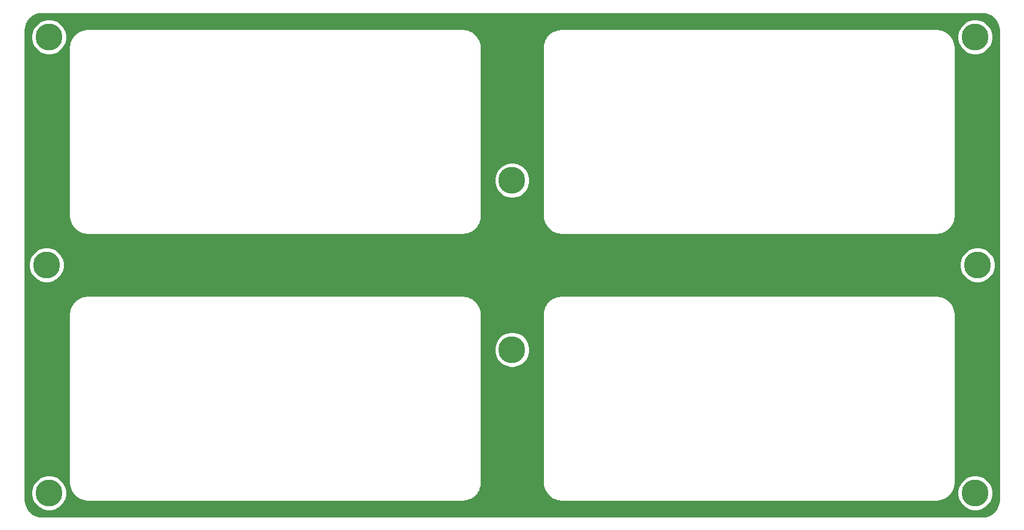
<source format=gbr>
%TF.GenerationSoftware,KiCad,Pcbnew,(5.1.10)-1*%
%TF.CreationDate,2021-07-06T10:58:53+02:00*%
%TF.ProjectId,bottom,626f7474-6f6d-42e6-9b69-6361645f7063,rev?*%
%TF.SameCoordinates,Original*%
%TF.FileFunction,Copper,L1,Top*%
%TF.FilePolarity,Positive*%
%FSLAX46Y46*%
G04 Gerber Fmt 4.6, Leading zero omitted, Abs format (unit mm)*
G04 Created by KiCad (PCBNEW (5.1.10)-1) date 2021-07-06 10:58:53*
%MOMM*%
%LPD*%
G01*
G04 APERTURE LIST*
%TA.AperFunction,ComponentPad*%
%ADD10C,3.800000*%
%TD*%
%TA.AperFunction,NonConductor*%
%ADD11C,0.254000*%
%TD*%
%TA.AperFunction,NonConductor*%
%ADD12C,0.100000*%
%TD*%
G04 APERTURE END LIST*
D10*
%TO.P,REF\u002A\u002A,1*%
%TO.N,N/C*%
X71850000Y-83462500D03*
%TD*%
%TO.P,REF\u002A\u002A,1*%
%TO.N,N/C*%
X137850000Y-95462500D03*
%TD*%
%TO.P,REF\u002A\u002A,1*%
%TO.N,N/C*%
X137850000Y-71462500D03*
%TD*%
%TO.P,REF\u002A\u002A,1*%
%TO.N,N/C*%
X203850000Y-83462500D03*
%TD*%
%TO.P,REF\u002A\u002A,1*%
%TO.N,N/C*%
X203525000Y-51124999D03*
%TD*%
%TO.P,REF\u002A\u002A,1*%
%TO.N,N/C*%
X203525000Y-115800000D03*
%TD*%
%TO.P,REF\u002A\u002A,1*%
%TO.N,N/C*%
X72175000Y-115799999D03*
%TD*%
%TO.P,REF\u002A\u002A,1*%
%TO.N,N/C*%
X72175000Y-51124999D03*
%TD*%
D11*
X204978893Y-47832669D02*
X205415498Y-47964488D01*
X205818185Y-48178599D01*
X206171612Y-48466847D01*
X206462327Y-48818260D01*
X206679242Y-49219438D01*
X206814106Y-49655112D01*
X206865001Y-50139352D01*
X206865000Y-116767721D01*
X206817330Y-117253894D01*
X206685512Y-117690497D01*
X206471399Y-118093186D01*
X206183150Y-118446613D01*
X205831739Y-118737327D01*
X205430564Y-118954240D01*
X204994886Y-119089106D01*
X204510655Y-119140001D01*
X71207279Y-119139999D01*
X70721106Y-119092329D01*
X70284503Y-118960511D01*
X69881814Y-118746398D01*
X69528387Y-118458149D01*
X69237673Y-118106738D01*
X69020760Y-117705563D01*
X68885894Y-117269885D01*
X68835000Y-116785663D01*
X68835000Y-115550323D01*
X69640000Y-115550323D01*
X69640000Y-116049675D01*
X69737418Y-116539431D01*
X69928512Y-117000772D01*
X70205937Y-117415967D01*
X70559032Y-117769062D01*
X70974227Y-118046487D01*
X71435568Y-118237581D01*
X71925324Y-118334999D01*
X72424676Y-118334999D01*
X72914432Y-118237581D01*
X73375773Y-118046487D01*
X73790968Y-117769062D01*
X74144063Y-117415967D01*
X74421488Y-117000772D01*
X74612582Y-116539431D01*
X74710000Y-116049675D01*
X74710000Y-115550323D01*
X74612582Y-115060567D01*
X74421488Y-114599226D01*
X74144063Y-114184031D01*
X73790968Y-113830936D01*
X73375773Y-113553511D01*
X72914432Y-113362417D01*
X72424676Y-113264999D01*
X71925324Y-113264999D01*
X71435568Y-113362417D01*
X70974227Y-113553511D01*
X70559032Y-113830936D01*
X70205937Y-114184031D01*
X69928512Y-114599226D01*
X69737418Y-115060567D01*
X69640000Y-115550323D01*
X68835000Y-115550323D01*
X68835000Y-90430081D01*
X75015000Y-90430081D01*
X75015001Y-114332418D01*
X75017852Y-114361363D01*
X75017765Y-114373780D01*
X75018665Y-114382951D01*
X75059466Y-114771144D01*
X75071487Y-114829707D01*
X75082702Y-114888500D01*
X75085366Y-114897322D01*
X75200790Y-115270197D01*
X75223975Y-115325352D01*
X75246379Y-115380805D01*
X75250706Y-115388942D01*
X75436357Y-115732297D01*
X75469780Y-115781848D01*
X75502562Y-115831945D01*
X75508387Y-115839086D01*
X75757194Y-116139840D01*
X75799629Y-116181980D01*
X75841492Y-116224729D01*
X75848592Y-116230603D01*
X76151077Y-116477304D01*
X76200904Y-116510408D01*
X76250259Y-116544203D01*
X76258365Y-116548586D01*
X76603007Y-116731836D01*
X76658311Y-116754630D01*
X76713295Y-116778197D01*
X76722098Y-116780922D01*
X77095770Y-116893740D01*
X77154458Y-116905360D01*
X77212961Y-116917796D01*
X77222126Y-116918759D01*
X77610595Y-116956849D01*
X77610598Y-116956849D01*
X77642581Y-116959999D01*
X130882419Y-116959999D01*
X130911373Y-116957147D01*
X130923781Y-116957234D01*
X130932952Y-116956334D01*
X131321145Y-116915533D01*
X131379708Y-116903512D01*
X131438501Y-116892297D01*
X131447323Y-116889633D01*
X131820198Y-116774209D01*
X131875353Y-116751024D01*
X131930806Y-116728620D01*
X131938943Y-116724293D01*
X132282298Y-116538642D01*
X132331849Y-116505219D01*
X132381946Y-116472437D01*
X132389087Y-116466612D01*
X132689841Y-116217805D01*
X132731981Y-116175370D01*
X132774730Y-116133507D01*
X132780604Y-116126407D01*
X133027305Y-115823922D01*
X133060409Y-115774095D01*
X133094204Y-115724740D01*
X133098587Y-115716634D01*
X133281837Y-115371992D01*
X133304631Y-115316688D01*
X133328198Y-115261704D01*
X133330923Y-115252901D01*
X133443741Y-114879229D01*
X133455361Y-114820541D01*
X133467797Y-114762038D01*
X133468760Y-114752873D01*
X133506850Y-114364404D01*
X133506850Y-114364401D01*
X133510000Y-114332418D01*
X133510000Y-95212824D01*
X135315000Y-95212824D01*
X135315000Y-95712176D01*
X135412418Y-96201932D01*
X135603512Y-96663273D01*
X135880937Y-97078468D01*
X136234032Y-97431563D01*
X136649227Y-97708988D01*
X137110568Y-97900082D01*
X137600324Y-97997500D01*
X138099676Y-97997500D01*
X138589432Y-97900082D01*
X139050773Y-97708988D01*
X139465968Y-97431563D01*
X139819063Y-97078468D01*
X140096488Y-96663273D01*
X140287582Y-96201932D01*
X140385000Y-95712176D01*
X140385000Y-95212824D01*
X140287582Y-94723068D01*
X140096488Y-94261727D01*
X139819063Y-93846532D01*
X139465968Y-93493437D01*
X139050773Y-93216012D01*
X138589432Y-93024918D01*
X138099676Y-92927500D01*
X137600324Y-92927500D01*
X137110568Y-93024918D01*
X136649227Y-93216012D01*
X136234032Y-93493437D01*
X135880937Y-93846532D01*
X135603512Y-94261727D01*
X135412418Y-94723068D01*
X135315000Y-95212824D01*
X133510000Y-95212824D01*
X133510000Y-90430081D01*
X142190000Y-90430081D01*
X142190001Y-114332418D01*
X142192852Y-114361363D01*
X142192765Y-114373780D01*
X142193665Y-114382951D01*
X142234466Y-114771144D01*
X142246487Y-114829707D01*
X142257702Y-114888500D01*
X142260366Y-114897322D01*
X142375790Y-115270197D01*
X142398975Y-115325352D01*
X142421379Y-115380805D01*
X142425706Y-115388942D01*
X142611357Y-115732297D01*
X142644780Y-115781848D01*
X142677562Y-115831945D01*
X142683387Y-115839086D01*
X142932194Y-116139840D01*
X142974629Y-116181980D01*
X143016492Y-116224729D01*
X143023592Y-116230603D01*
X143326077Y-116477304D01*
X143375904Y-116510408D01*
X143425259Y-116544203D01*
X143433365Y-116548586D01*
X143778007Y-116731836D01*
X143833311Y-116754630D01*
X143888295Y-116778197D01*
X143897098Y-116780922D01*
X144270770Y-116893740D01*
X144329458Y-116905360D01*
X144387961Y-116917796D01*
X144397126Y-116918759D01*
X144785595Y-116956849D01*
X144785598Y-116956849D01*
X144817581Y-116959999D01*
X198057419Y-116959999D01*
X198086373Y-116957147D01*
X198098781Y-116957234D01*
X198107952Y-116956334D01*
X198496145Y-116915533D01*
X198554708Y-116903512D01*
X198613501Y-116892297D01*
X198622323Y-116889633D01*
X198995198Y-116774209D01*
X199050353Y-116751024D01*
X199105806Y-116728620D01*
X199113943Y-116724293D01*
X199457298Y-116538642D01*
X199506849Y-116505219D01*
X199556946Y-116472437D01*
X199564087Y-116466612D01*
X199864841Y-116217805D01*
X199906981Y-116175370D01*
X199949730Y-116133507D01*
X199955604Y-116126407D01*
X200202305Y-115823922D01*
X200235409Y-115774095D01*
X200269204Y-115724740D01*
X200273587Y-115716634D01*
X200362015Y-115550324D01*
X200990000Y-115550324D01*
X200990000Y-116049676D01*
X201087418Y-116539432D01*
X201278512Y-117000773D01*
X201555937Y-117415968D01*
X201909032Y-117769063D01*
X202324227Y-118046488D01*
X202785568Y-118237582D01*
X203275324Y-118335000D01*
X203774676Y-118335000D01*
X204264432Y-118237582D01*
X204725773Y-118046488D01*
X205140968Y-117769063D01*
X205494063Y-117415968D01*
X205771488Y-117000773D01*
X205962582Y-116539432D01*
X206060000Y-116049676D01*
X206060000Y-115550324D01*
X205962582Y-115060568D01*
X205771488Y-114599227D01*
X205494063Y-114184032D01*
X205140968Y-113830937D01*
X204725773Y-113553512D01*
X204264432Y-113362418D01*
X203774676Y-113265000D01*
X203275324Y-113265000D01*
X202785568Y-113362418D01*
X202324227Y-113553512D01*
X201909032Y-113830937D01*
X201555937Y-114184032D01*
X201278512Y-114599227D01*
X201087418Y-115060568D01*
X200990000Y-115550324D01*
X200362015Y-115550324D01*
X200456837Y-115371992D01*
X200479631Y-115316688D01*
X200503198Y-115261704D01*
X200505923Y-115252901D01*
X200618741Y-114879229D01*
X200630361Y-114820541D01*
X200642797Y-114762038D01*
X200643760Y-114752873D01*
X200681850Y-114364404D01*
X200681850Y-114364401D01*
X200685000Y-114332418D01*
X200685000Y-90430080D01*
X200682148Y-90401126D01*
X200682235Y-90388718D01*
X200681335Y-90379546D01*
X200640534Y-89991354D01*
X200628514Y-89932798D01*
X200617298Y-89873997D01*
X200614634Y-89865176D01*
X200499210Y-89492301D01*
X200476025Y-89437146D01*
X200453621Y-89381693D01*
X200449294Y-89373557D01*
X200449294Y-89373556D01*
X200449291Y-89373552D01*
X200263643Y-89030201D01*
X200230187Y-88980600D01*
X200197437Y-88930553D01*
X200191613Y-88923412D01*
X199942806Y-88622657D01*
X199900371Y-88580518D01*
X199858508Y-88537768D01*
X199851407Y-88531895D01*
X199548923Y-88285194D01*
X199499107Y-88252097D01*
X199449741Y-88218294D01*
X199441635Y-88213912D01*
X199096993Y-88030662D01*
X199041687Y-88007867D01*
X198986704Y-87984301D01*
X198977901Y-87981576D01*
X198604230Y-87868758D01*
X198545542Y-87857138D01*
X198487039Y-87844702D01*
X198477874Y-87843739D01*
X198089405Y-87805649D01*
X198089402Y-87805649D01*
X198057419Y-87802499D01*
X144817581Y-87802499D01*
X144788627Y-87805351D01*
X144776219Y-87805264D01*
X144767047Y-87806164D01*
X144378855Y-87846965D01*
X144320299Y-87858985D01*
X144261498Y-87870201D01*
X144252677Y-87872865D01*
X143879802Y-87988289D01*
X143824647Y-88011474D01*
X143769194Y-88033878D01*
X143761062Y-88038203D01*
X143761057Y-88038205D01*
X143761053Y-88038208D01*
X143417702Y-88223856D01*
X143368101Y-88257312D01*
X143318054Y-88290062D01*
X143310913Y-88295886D01*
X143010158Y-88544693D01*
X142968019Y-88587128D01*
X142925269Y-88628991D01*
X142919396Y-88636092D01*
X142672695Y-88938576D01*
X142639598Y-88988392D01*
X142605795Y-89037758D01*
X142601413Y-89045864D01*
X142418163Y-89390506D01*
X142395368Y-89445812D01*
X142371802Y-89500795D01*
X142369077Y-89509598D01*
X142256259Y-89883269D01*
X142244639Y-89941957D01*
X142232203Y-90000460D01*
X142231240Y-90009625D01*
X142193150Y-90398094D01*
X142190000Y-90430081D01*
X133510000Y-90430081D01*
X133510000Y-90430080D01*
X133507148Y-90401126D01*
X133507235Y-90388718D01*
X133506335Y-90379546D01*
X133465534Y-89991354D01*
X133453514Y-89932798D01*
X133442298Y-89873997D01*
X133439634Y-89865176D01*
X133324210Y-89492301D01*
X133301025Y-89437146D01*
X133278621Y-89381693D01*
X133274294Y-89373557D01*
X133274294Y-89373556D01*
X133274291Y-89373552D01*
X133088643Y-89030201D01*
X133055187Y-88980600D01*
X133022437Y-88930553D01*
X133016613Y-88923412D01*
X132767806Y-88622657D01*
X132725371Y-88580518D01*
X132683508Y-88537768D01*
X132676407Y-88531895D01*
X132373923Y-88285194D01*
X132324107Y-88252097D01*
X132274741Y-88218294D01*
X132266635Y-88213912D01*
X131921993Y-88030662D01*
X131866687Y-88007867D01*
X131811704Y-87984301D01*
X131802901Y-87981576D01*
X131429230Y-87868758D01*
X131370542Y-87857138D01*
X131312039Y-87844702D01*
X131302874Y-87843739D01*
X130914405Y-87805649D01*
X130914402Y-87805649D01*
X130882419Y-87802499D01*
X77642581Y-87802499D01*
X77613627Y-87805351D01*
X77601219Y-87805264D01*
X77592047Y-87806164D01*
X77203855Y-87846965D01*
X77145299Y-87858985D01*
X77086498Y-87870201D01*
X77077677Y-87872865D01*
X76704802Y-87988289D01*
X76649647Y-88011474D01*
X76594194Y-88033878D01*
X76586062Y-88038203D01*
X76586057Y-88038205D01*
X76586053Y-88038208D01*
X76242702Y-88223856D01*
X76193101Y-88257312D01*
X76143054Y-88290062D01*
X76135913Y-88295886D01*
X75835158Y-88544693D01*
X75793019Y-88587128D01*
X75750269Y-88628991D01*
X75744396Y-88636092D01*
X75497695Y-88938576D01*
X75464598Y-88988392D01*
X75430795Y-89037758D01*
X75426413Y-89045864D01*
X75243163Y-89390506D01*
X75220368Y-89445812D01*
X75196802Y-89500795D01*
X75194077Y-89509598D01*
X75081259Y-89883269D01*
X75069639Y-89941957D01*
X75057203Y-90000460D01*
X75056240Y-90009625D01*
X75018150Y-90398094D01*
X75015000Y-90430081D01*
X68835000Y-90430081D01*
X68835000Y-83212824D01*
X69315000Y-83212824D01*
X69315000Y-83712176D01*
X69412418Y-84201932D01*
X69603512Y-84663273D01*
X69880937Y-85078468D01*
X70234032Y-85431563D01*
X70649227Y-85708988D01*
X71110568Y-85900082D01*
X71600324Y-85997500D01*
X72099676Y-85997500D01*
X72589432Y-85900082D01*
X73050773Y-85708988D01*
X73465968Y-85431563D01*
X73819063Y-85078468D01*
X74096488Y-84663273D01*
X74287582Y-84201932D01*
X74385000Y-83712176D01*
X74385000Y-83212824D01*
X201315000Y-83212824D01*
X201315000Y-83712176D01*
X201412418Y-84201932D01*
X201603512Y-84663273D01*
X201880937Y-85078468D01*
X202234032Y-85431563D01*
X202649227Y-85708988D01*
X203110568Y-85900082D01*
X203600324Y-85997500D01*
X204099676Y-85997500D01*
X204589432Y-85900082D01*
X205050773Y-85708988D01*
X205465968Y-85431563D01*
X205819063Y-85078468D01*
X206096488Y-84663273D01*
X206287582Y-84201932D01*
X206385000Y-83712176D01*
X206385000Y-83212824D01*
X206287582Y-82723068D01*
X206096488Y-82261727D01*
X205819063Y-81846532D01*
X205465968Y-81493437D01*
X205050773Y-81216012D01*
X204589432Y-81024918D01*
X204099676Y-80927500D01*
X203600324Y-80927500D01*
X203110568Y-81024918D01*
X202649227Y-81216012D01*
X202234032Y-81493437D01*
X201880937Y-81846532D01*
X201603512Y-82261727D01*
X201412418Y-82723068D01*
X201315000Y-83212824D01*
X74385000Y-83212824D01*
X74287582Y-82723068D01*
X74096488Y-82261727D01*
X73819063Y-81846532D01*
X73465968Y-81493437D01*
X73050773Y-81216012D01*
X72589432Y-81024918D01*
X72099676Y-80927500D01*
X71600324Y-80927500D01*
X71110568Y-81024918D01*
X70649227Y-81216012D01*
X70234032Y-81493437D01*
X69880937Y-81846532D01*
X69603512Y-82261727D01*
X69412418Y-82723068D01*
X69315000Y-83212824D01*
X68835000Y-83212824D01*
X68835000Y-50875323D01*
X69640000Y-50875323D01*
X69640000Y-51374675D01*
X69737418Y-51864431D01*
X69928512Y-52325772D01*
X70205937Y-52740967D01*
X70559032Y-53094062D01*
X70974227Y-53371487D01*
X71435568Y-53562581D01*
X71925324Y-53659999D01*
X72424676Y-53659999D01*
X72914432Y-53562581D01*
X73375773Y-53371487D01*
X73790968Y-53094062D01*
X74144063Y-52740967D01*
X74243211Y-52592581D01*
X75015000Y-52592581D01*
X75015001Y-76494918D01*
X75017852Y-76523863D01*
X75017765Y-76536280D01*
X75018665Y-76545451D01*
X75059466Y-76933644D01*
X75071487Y-76992207D01*
X75082702Y-77051000D01*
X75085366Y-77059822D01*
X75200790Y-77432697D01*
X75223975Y-77487852D01*
X75246379Y-77543305D01*
X75250706Y-77551442D01*
X75436357Y-77894797D01*
X75469780Y-77944348D01*
X75502562Y-77994445D01*
X75508387Y-78001586D01*
X75757194Y-78302340D01*
X75799629Y-78344480D01*
X75841492Y-78387229D01*
X75848592Y-78393103D01*
X76151077Y-78639804D01*
X76200904Y-78672908D01*
X76250259Y-78706703D01*
X76258365Y-78711086D01*
X76603007Y-78894336D01*
X76658311Y-78917130D01*
X76713295Y-78940697D01*
X76722098Y-78943422D01*
X77095770Y-79056240D01*
X77154458Y-79067860D01*
X77212961Y-79080296D01*
X77222126Y-79081259D01*
X77610595Y-79119349D01*
X77610598Y-79119349D01*
X77642581Y-79122499D01*
X130882419Y-79122499D01*
X130911373Y-79119647D01*
X130923781Y-79119734D01*
X130932952Y-79118834D01*
X131321145Y-79078033D01*
X131379708Y-79066012D01*
X131438501Y-79054797D01*
X131447323Y-79052133D01*
X131820198Y-78936709D01*
X131875353Y-78913524D01*
X131930806Y-78891120D01*
X131938943Y-78886793D01*
X132282298Y-78701142D01*
X132331849Y-78667719D01*
X132381946Y-78634937D01*
X132389087Y-78629112D01*
X132689841Y-78380305D01*
X132731981Y-78337870D01*
X132774730Y-78296007D01*
X132780604Y-78288907D01*
X133027305Y-77986422D01*
X133060409Y-77936595D01*
X133094204Y-77887240D01*
X133098587Y-77879134D01*
X133281837Y-77534492D01*
X133304631Y-77479188D01*
X133328198Y-77424204D01*
X133330923Y-77415401D01*
X133443741Y-77041729D01*
X133455361Y-76983041D01*
X133467797Y-76924538D01*
X133468760Y-76915373D01*
X133506850Y-76526904D01*
X133506850Y-76526901D01*
X133510000Y-76494918D01*
X133510000Y-71212824D01*
X135315000Y-71212824D01*
X135315000Y-71712176D01*
X135412418Y-72201932D01*
X135603512Y-72663273D01*
X135880937Y-73078468D01*
X136234032Y-73431563D01*
X136649227Y-73708988D01*
X137110568Y-73900082D01*
X137600324Y-73997500D01*
X138099676Y-73997500D01*
X138589432Y-73900082D01*
X139050773Y-73708988D01*
X139465968Y-73431563D01*
X139819063Y-73078468D01*
X140096488Y-72663273D01*
X140287582Y-72201932D01*
X140385000Y-71712176D01*
X140385000Y-71212824D01*
X140287582Y-70723068D01*
X140096488Y-70261727D01*
X139819063Y-69846532D01*
X139465968Y-69493437D01*
X139050773Y-69216012D01*
X138589432Y-69024918D01*
X138099676Y-68927500D01*
X137600324Y-68927500D01*
X137110568Y-69024918D01*
X136649227Y-69216012D01*
X136234032Y-69493437D01*
X135880937Y-69846532D01*
X135603512Y-70261727D01*
X135412418Y-70723068D01*
X135315000Y-71212824D01*
X133510000Y-71212824D01*
X133510000Y-52592581D01*
X142190000Y-52592581D01*
X142190001Y-76494918D01*
X142192852Y-76523863D01*
X142192765Y-76536280D01*
X142193665Y-76545451D01*
X142234466Y-76933644D01*
X142246487Y-76992207D01*
X142257702Y-77051000D01*
X142260366Y-77059822D01*
X142375790Y-77432697D01*
X142398975Y-77487852D01*
X142421379Y-77543305D01*
X142425706Y-77551442D01*
X142611357Y-77894797D01*
X142644780Y-77944348D01*
X142677562Y-77994445D01*
X142683387Y-78001586D01*
X142932194Y-78302340D01*
X142974629Y-78344480D01*
X143016492Y-78387229D01*
X143023592Y-78393103D01*
X143326077Y-78639804D01*
X143375904Y-78672908D01*
X143425259Y-78706703D01*
X143433365Y-78711086D01*
X143778007Y-78894336D01*
X143833311Y-78917130D01*
X143888295Y-78940697D01*
X143897098Y-78943422D01*
X144270770Y-79056240D01*
X144329458Y-79067860D01*
X144387961Y-79080296D01*
X144397126Y-79081259D01*
X144785595Y-79119349D01*
X144785598Y-79119349D01*
X144817581Y-79122499D01*
X198057419Y-79122499D01*
X198086373Y-79119647D01*
X198098781Y-79119734D01*
X198107952Y-79118834D01*
X198496145Y-79078033D01*
X198554708Y-79066012D01*
X198613501Y-79054797D01*
X198622323Y-79052133D01*
X198995198Y-78936709D01*
X199050353Y-78913524D01*
X199105806Y-78891120D01*
X199113943Y-78886793D01*
X199457298Y-78701142D01*
X199506849Y-78667719D01*
X199556946Y-78634937D01*
X199564087Y-78629112D01*
X199864841Y-78380305D01*
X199906981Y-78337870D01*
X199949730Y-78296007D01*
X199955604Y-78288907D01*
X200202305Y-77986422D01*
X200235409Y-77936595D01*
X200269204Y-77887240D01*
X200273587Y-77879134D01*
X200456837Y-77534492D01*
X200479631Y-77479188D01*
X200503198Y-77424204D01*
X200505923Y-77415401D01*
X200618741Y-77041729D01*
X200630361Y-76983041D01*
X200642797Y-76924538D01*
X200643760Y-76915373D01*
X200681850Y-76526904D01*
X200681850Y-76526901D01*
X200685000Y-76494918D01*
X200685000Y-52592580D01*
X200682148Y-52563626D01*
X200682235Y-52551218D01*
X200681335Y-52542046D01*
X200640534Y-52153854D01*
X200628514Y-52095298D01*
X200617298Y-52036497D01*
X200614634Y-52027676D01*
X200499210Y-51654801D01*
X200476025Y-51599646D01*
X200453621Y-51544193D01*
X200449294Y-51536057D01*
X200449294Y-51536056D01*
X200449291Y-51536052D01*
X200263643Y-51192701D01*
X200230187Y-51143100D01*
X200197437Y-51093053D01*
X200191613Y-51085912D01*
X200017399Y-50875323D01*
X200990000Y-50875323D01*
X200990000Y-51374675D01*
X201087418Y-51864431D01*
X201278512Y-52325772D01*
X201555937Y-52740967D01*
X201909032Y-53094062D01*
X202324227Y-53371487D01*
X202785568Y-53562581D01*
X203275324Y-53659999D01*
X203774676Y-53659999D01*
X204264432Y-53562581D01*
X204725773Y-53371487D01*
X205140968Y-53094062D01*
X205494063Y-52740967D01*
X205771488Y-52325772D01*
X205962582Y-51864431D01*
X206060000Y-51374675D01*
X206060000Y-50875323D01*
X205962582Y-50385567D01*
X205771488Y-49924226D01*
X205494063Y-49509031D01*
X205140968Y-49155936D01*
X204725773Y-48878511D01*
X204264432Y-48687417D01*
X203774676Y-48589999D01*
X203275324Y-48589999D01*
X202785568Y-48687417D01*
X202324227Y-48878511D01*
X201909032Y-49155936D01*
X201555937Y-49509031D01*
X201278512Y-49924226D01*
X201087418Y-50385567D01*
X200990000Y-50875323D01*
X200017399Y-50875323D01*
X199942806Y-50785157D01*
X199900371Y-50743018D01*
X199858508Y-50700268D01*
X199851407Y-50694395D01*
X199548923Y-50447694D01*
X199499107Y-50414597D01*
X199449741Y-50380794D01*
X199441635Y-50376412D01*
X199096993Y-50193162D01*
X199041687Y-50170367D01*
X198986704Y-50146801D01*
X198977901Y-50144076D01*
X198604230Y-50031258D01*
X198545542Y-50019638D01*
X198487039Y-50007202D01*
X198477874Y-50006239D01*
X198089405Y-49968149D01*
X198089402Y-49968149D01*
X198057419Y-49964999D01*
X144817581Y-49964999D01*
X144788627Y-49967851D01*
X144776219Y-49967764D01*
X144767047Y-49968664D01*
X144378855Y-50009465D01*
X144320299Y-50021485D01*
X144261498Y-50032701D01*
X144252677Y-50035365D01*
X143879802Y-50150789D01*
X143824647Y-50173974D01*
X143769194Y-50196378D01*
X143761062Y-50200703D01*
X143761057Y-50200705D01*
X143761053Y-50200708D01*
X143417702Y-50386356D01*
X143368101Y-50419812D01*
X143318054Y-50452562D01*
X143310913Y-50458386D01*
X143010158Y-50707193D01*
X142968019Y-50749628D01*
X142925269Y-50791491D01*
X142919396Y-50798592D01*
X142672695Y-51101076D01*
X142639598Y-51150892D01*
X142605795Y-51200258D01*
X142601413Y-51208364D01*
X142418163Y-51553006D01*
X142395368Y-51608312D01*
X142371802Y-51663295D01*
X142369077Y-51672098D01*
X142256259Y-52045769D01*
X142244639Y-52104457D01*
X142232203Y-52162960D01*
X142231240Y-52172125D01*
X142193150Y-52560594D01*
X142190000Y-52592581D01*
X133510000Y-52592581D01*
X133510000Y-52592580D01*
X133507148Y-52563626D01*
X133507235Y-52551218D01*
X133506335Y-52542046D01*
X133465534Y-52153854D01*
X133453514Y-52095298D01*
X133442298Y-52036497D01*
X133439634Y-52027676D01*
X133324210Y-51654801D01*
X133301025Y-51599646D01*
X133278621Y-51544193D01*
X133274294Y-51536057D01*
X133274294Y-51536056D01*
X133274291Y-51536052D01*
X133088643Y-51192701D01*
X133055187Y-51143100D01*
X133022437Y-51093053D01*
X133016613Y-51085912D01*
X132767806Y-50785157D01*
X132725371Y-50743018D01*
X132683508Y-50700268D01*
X132676407Y-50694395D01*
X132373923Y-50447694D01*
X132324107Y-50414597D01*
X132274741Y-50380794D01*
X132266635Y-50376412D01*
X131921993Y-50193162D01*
X131866687Y-50170367D01*
X131811704Y-50146801D01*
X131802901Y-50144076D01*
X131429230Y-50031258D01*
X131370542Y-50019638D01*
X131312039Y-50007202D01*
X131302874Y-50006239D01*
X130914405Y-49968149D01*
X130914402Y-49968149D01*
X130882419Y-49964999D01*
X77642581Y-49964999D01*
X77613627Y-49967851D01*
X77601219Y-49967764D01*
X77592047Y-49968664D01*
X77203855Y-50009465D01*
X77145299Y-50021485D01*
X77086498Y-50032701D01*
X77077677Y-50035365D01*
X76704802Y-50150789D01*
X76649647Y-50173974D01*
X76594194Y-50196378D01*
X76586062Y-50200703D01*
X76586057Y-50200705D01*
X76586053Y-50200708D01*
X76242702Y-50386356D01*
X76193101Y-50419812D01*
X76143054Y-50452562D01*
X76135913Y-50458386D01*
X75835158Y-50707193D01*
X75793019Y-50749628D01*
X75750269Y-50791491D01*
X75744396Y-50798592D01*
X75497695Y-51101076D01*
X75464598Y-51150892D01*
X75430795Y-51200258D01*
X75426413Y-51208364D01*
X75243163Y-51553006D01*
X75220368Y-51608312D01*
X75196802Y-51663295D01*
X75194077Y-51672098D01*
X75081259Y-52045769D01*
X75069639Y-52104457D01*
X75057203Y-52162960D01*
X75056240Y-52172125D01*
X75018150Y-52560594D01*
X75015000Y-52592581D01*
X74243211Y-52592581D01*
X74421488Y-52325772D01*
X74612582Y-51864431D01*
X74710000Y-51374675D01*
X74710000Y-50875323D01*
X74612582Y-50385567D01*
X74421488Y-49924226D01*
X74144063Y-49509031D01*
X73790968Y-49155936D01*
X73375773Y-48878511D01*
X72914432Y-48687417D01*
X72424676Y-48589999D01*
X71925324Y-48589999D01*
X71435568Y-48687417D01*
X70974227Y-48878511D01*
X70559032Y-49155936D01*
X70205937Y-49509031D01*
X69928512Y-49924226D01*
X69737418Y-50385567D01*
X69640000Y-50875323D01*
X68835000Y-50875323D01*
X68835000Y-50157278D01*
X68882670Y-49671106D01*
X69014489Y-49234501D01*
X69228600Y-48831814D01*
X69516848Y-48478387D01*
X69868261Y-48187672D01*
X70269439Y-47970757D01*
X70705113Y-47835893D01*
X71189344Y-47784999D01*
X204492721Y-47784999D01*
X204978893Y-47832669D01*
%TA.AperFunction,NonConductor*%
D12*
G36*
X204978893Y-47832669D02*
G01*
X205415498Y-47964488D01*
X205818185Y-48178599D01*
X206171612Y-48466847D01*
X206462327Y-48818260D01*
X206679242Y-49219438D01*
X206814106Y-49655112D01*
X206865001Y-50139352D01*
X206865000Y-116767721D01*
X206817330Y-117253894D01*
X206685512Y-117690497D01*
X206471399Y-118093186D01*
X206183150Y-118446613D01*
X205831739Y-118737327D01*
X205430564Y-118954240D01*
X204994886Y-119089106D01*
X204510655Y-119140001D01*
X71207279Y-119139999D01*
X70721106Y-119092329D01*
X70284503Y-118960511D01*
X69881814Y-118746398D01*
X69528387Y-118458149D01*
X69237673Y-118106738D01*
X69020760Y-117705563D01*
X68885894Y-117269885D01*
X68835000Y-116785663D01*
X68835000Y-115550323D01*
X69640000Y-115550323D01*
X69640000Y-116049675D01*
X69737418Y-116539431D01*
X69928512Y-117000772D01*
X70205937Y-117415967D01*
X70559032Y-117769062D01*
X70974227Y-118046487D01*
X71435568Y-118237581D01*
X71925324Y-118334999D01*
X72424676Y-118334999D01*
X72914432Y-118237581D01*
X73375773Y-118046487D01*
X73790968Y-117769062D01*
X74144063Y-117415967D01*
X74421488Y-117000772D01*
X74612582Y-116539431D01*
X74710000Y-116049675D01*
X74710000Y-115550323D01*
X74612582Y-115060567D01*
X74421488Y-114599226D01*
X74144063Y-114184031D01*
X73790968Y-113830936D01*
X73375773Y-113553511D01*
X72914432Y-113362417D01*
X72424676Y-113264999D01*
X71925324Y-113264999D01*
X71435568Y-113362417D01*
X70974227Y-113553511D01*
X70559032Y-113830936D01*
X70205937Y-114184031D01*
X69928512Y-114599226D01*
X69737418Y-115060567D01*
X69640000Y-115550323D01*
X68835000Y-115550323D01*
X68835000Y-90430081D01*
X75015000Y-90430081D01*
X75015001Y-114332418D01*
X75017852Y-114361363D01*
X75017765Y-114373780D01*
X75018665Y-114382951D01*
X75059466Y-114771144D01*
X75071487Y-114829707D01*
X75082702Y-114888500D01*
X75085366Y-114897322D01*
X75200790Y-115270197D01*
X75223975Y-115325352D01*
X75246379Y-115380805D01*
X75250706Y-115388942D01*
X75436357Y-115732297D01*
X75469780Y-115781848D01*
X75502562Y-115831945D01*
X75508387Y-115839086D01*
X75757194Y-116139840D01*
X75799629Y-116181980D01*
X75841492Y-116224729D01*
X75848592Y-116230603D01*
X76151077Y-116477304D01*
X76200904Y-116510408D01*
X76250259Y-116544203D01*
X76258365Y-116548586D01*
X76603007Y-116731836D01*
X76658311Y-116754630D01*
X76713295Y-116778197D01*
X76722098Y-116780922D01*
X77095770Y-116893740D01*
X77154458Y-116905360D01*
X77212961Y-116917796D01*
X77222126Y-116918759D01*
X77610595Y-116956849D01*
X77610598Y-116956849D01*
X77642581Y-116959999D01*
X130882419Y-116959999D01*
X130911373Y-116957147D01*
X130923781Y-116957234D01*
X130932952Y-116956334D01*
X131321145Y-116915533D01*
X131379708Y-116903512D01*
X131438501Y-116892297D01*
X131447323Y-116889633D01*
X131820198Y-116774209D01*
X131875353Y-116751024D01*
X131930806Y-116728620D01*
X131938943Y-116724293D01*
X132282298Y-116538642D01*
X132331849Y-116505219D01*
X132381946Y-116472437D01*
X132389087Y-116466612D01*
X132689841Y-116217805D01*
X132731981Y-116175370D01*
X132774730Y-116133507D01*
X132780604Y-116126407D01*
X133027305Y-115823922D01*
X133060409Y-115774095D01*
X133094204Y-115724740D01*
X133098587Y-115716634D01*
X133281837Y-115371992D01*
X133304631Y-115316688D01*
X133328198Y-115261704D01*
X133330923Y-115252901D01*
X133443741Y-114879229D01*
X133455361Y-114820541D01*
X133467797Y-114762038D01*
X133468760Y-114752873D01*
X133506850Y-114364404D01*
X133506850Y-114364401D01*
X133510000Y-114332418D01*
X133510000Y-95212824D01*
X135315000Y-95212824D01*
X135315000Y-95712176D01*
X135412418Y-96201932D01*
X135603512Y-96663273D01*
X135880937Y-97078468D01*
X136234032Y-97431563D01*
X136649227Y-97708988D01*
X137110568Y-97900082D01*
X137600324Y-97997500D01*
X138099676Y-97997500D01*
X138589432Y-97900082D01*
X139050773Y-97708988D01*
X139465968Y-97431563D01*
X139819063Y-97078468D01*
X140096488Y-96663273D01*
X140287582Y-96201932D01*
X140385000Y-95712176D01*
X140385000Y-95212824D01*
X140287582Y-94723068D01*
X140096488Y-94261727D01*
X139819063Y-93846532D01*
X139465968Y-93493437D01*
X139050773Y-93216012D01*
X138589432Y-93024918D01*
X138099676Y-92927500D01*
X137600324Y-92927500D01*
X137110568Y-93024918D01*
X136649227Y-93216012D01*
X136234032Y-93493437D01*
X135880937Y-93846532D01*
X135603512Y-94261727D01*
X135412418Y-94723068D01*
X135315000Y-95212824D01*
X133510000Y-95212824D01*
X133510000Y-90430081D01*
X142190000Y-90430081D01*
X142190001Y-114332418D01*
X142192852Y-114361363D01*
X142192765Y-114373780D01*
X142193665Y-114382951D01*
X142234466Y-114771144D01*
X142246487Y-114829707D01*
X142257702Y-114888500D01*
X142260366Y-114897322D01*
X142375790Y-115270197D01*
X142398975Y-115325352D01*
X142421379Y-115380805D01*
X142425706Y-115388942D01*
X142611357Y-115732297D01*
X142644780Y-115781848D01*
X142677562Y-115831945D01*
X142683387Y-115839086D01*
X142932194Y-116139840D01*
X142974629Y-116181980D01*
X143016492Y-116224729D01*
X143023592Y-116230603D01*
X143326077Y-116477304D01*
X143375904Y-116510408D01*
X143425259Y-116544203D01*
X143433365Y-116548586D01*
X143778007Y-116731836D01*
X143833311Y-116754630D01*
X143888295Y-116778197D01*
X143897098Y-116780922D01*
X144270770Y-116893740D01*
X144329458Y-116905360D01*
X144387961Y-116917796D01*
X144397126Y-116918759D01*
X144785595Y-116956849D01*
X144785598Y-116956849D01*
X144817581Y-116959999D01*
X198057419Y-116959999D01*
X198086373Y-116957147D01*
X198098781Y-116957234D01*
X198107952Y-116956334D01*
X198496145Y-116915533D01*
X198554708Y-116903512D01*
X198613501Y-116892297D01*
X198622323Y-116889633D01*
X198995198Y-116774209D01*
X199050353Y-116751024D01*
X199105806Y-116728620D01*
X199113943Y-116724293D01*
X199457298Y-116538642D01*
X199506849Y-116505219D01*
X199556946Y-116472437D01*
X199564087Y-116466612D01*
X199864841Y-116217805D01*
X199906981Y-116175370D01*
X199949730Y-116133507D01*
X199955604Y-116126407D01*
X200202305Y-115823922D01*
X200235409Y-115774095D01*
X200269204Y-115724740D01*
X200273587Y-115716634D01*
X200362015Y-115550324D01*
X200990000Y-115550324D01*
X200990000Y-116049676D01*
X201087418Y-116539432D01*
X201278512Y-117000773D01*
X201555937Y-117415968D01*
X201909032Y-117769063D01*
X202324227Y-118046488D01*
X202785568Y-118237582D01*
X203275324Y-118335000D01*
X203774676Y-118335000D01*
X204264432Y-118237582D01*
X204725773Y-118046488D01*
X205140968Y-117769063D01*
X205494063Y-117415968D01*
X205771488Y-117000773D01*
X205962582Y-116539432D01*
X206060000Y-116049676D01*
X206060000Y-115550324D01*
X205962582Y-115060568D01*
X205771488Y-114599227D01*
X205494063Y-114184032D01*
X205140968Y-113830937D01*
X204725773Y-113553512D01*
X204264432Y-113362418D01*
X203774676Y-113265000D01*
X203275324Y-113265000D01*
X202785568Y-113362418D01*
X202324227Y-113553512D01*
X201909032Y-113830937D01*
X201555937Y-114184032D01*
X201278512Y-114599227D01*
X201087418Y-115060568D01*
X200990000Y-115550324D01*
X200362015Y-115550324D01*
X200456837Y-115371992D01*
X200479631Y-115316688D01*
X200503198Y-115261704D01*
X200505923Y-115252901D01*
X200618741Y-114879229D01*
X200630361Y-114820541D01*
X200642797Y-114762038D01*
X200643760Y-114752873D01*
X200681850Y-114364404D01*
X200681850Y-114364401D01*
X200685000Y-114332418D01*
X200685000Y-90430080D01*
X200682148Y-90401126D01*
X200682235Y-90388718D01*
X200681335Y-90379546D01*
X200640534Y-89991354D01*
X200628514Y-89932798D01*
X200617298Y-89873997D01*
X200614634Y-89865176D01*
X200499210Y-89492301D01*
X200476025Y-89437146D01*
X200453621Y-89381693D01*
X200449294Y-89373557D01*
X200449294Y-89373556D01*
X200449291Y-89373552D01*
X200263643Y-89030201D01*
X200230187Y-88980600D01*
X200197437Y-88930553D01*
X200191613Y-88923412D01*
X199942806Y-88622657D01*
X199900371Y-88580518D01*
X199858508Y-88537768D01*
X199851407Y-88531895D01*
X199548923Y-88285194D01*
X199499107Y-88252097D01*
X199449741Y-88218294D01*
X199441635Y-88213912D01*
X199096993Y-88030662D01*
X199041687Y-88007867D01*
X198986704Y-87984301D01*
X198977901Y-87981576D01*
X198604230Y-87868758D01*
X198545542Y-87857138D01*
X198487039Y-87844702D01*
X198477874Y-87843739D01*
X198089405Y-87805649D01*
X198089402Y-87805649D01*
X198057419Y-87802499D01*
X144817581Y-87802499D01*
X144788627Y-87805351D01*
X144776219Y-87805264D01*
X144767047Y-87806164D01*
X144378855Y-87846965D01*
X144320299Y-87858985D01*
X144261498Y-87870201D01*
X144252677Y-87872865D01*
X143879802Y-87988289D01*
X143824647Y-88011474D01*
X143769194Y-88033878D01*
X143761062Y-88038203D01*
X143761057Y-88038205D01*
X143761053Y-88038208D01*
X143417702Y-88223856D01*
X143368101Y-88257312D01*
X143318054Y-88290062D01*
X143310913Y-88295886D01*
X143010158Y-88544693D01*
X142968019Y-88587128D01*
X142925269Y-88628991D01*
X142919396Y-88636092D01*
X142672695Y-88938576D01*
X142639598Y-88988392D01*
X142605795Y-89037758D01*
X142601413Y-89045864D01*
X142418163Y-89390506D01*
X142395368Y-89445812D01*
X142371802Y-89500795D01*
X142369077Y-89509598D01*
X142256259Y-89883269D01*
X142244639Y-89941957D01*
X142232203Y-90000460D01*
X142231240Y-90009625D01*
X142193150Y-90398094D01*
X142190000Y-90430081D01*
X133510000Y-90430081D01*
X133510000Y-90430080D01*
X133507148Y-90401126D01*
X133507235Y-90388718D01*
X133506335Y-90379546D01*
X133465534Y-89991354D01*
X133453514Y-89932798D01*
X133442298Y-89873997D01*
X133439634Y-89865176D01*
X133324210Y-89492301D01*
X133301025Y-89437146D01*
X133278621Y-89381693D01*
X133274294Y-89373557D01*
X133274294Y-89373556D01*
X133274291Y-89373552D01*
X133088643Y-89030201D01*
X133055187Y-88980600D01*
X133022437Y-88930553D01*
X133016613Y-88923412D01*
X132767806Y-88622657D01*
X132725371Y-88580518D01*
X132683508Y-88537768D01*
X132676407Y-88531895D01*
X132373923Y-88285194D01*
X132324107Y-88252097D01*
X132274741Y-88218294D01*
X132266635Y-88213912D01*
X131921993Y-88030662D01*
X131866687Y-88007867D01*
X131811704Y-87984301D01*
X131802901Y-87981576D01*
X131429230Y-87868758D01*
X131370542Y-87857138D01*
X131312039Y-87844702D01*
X131302874Y-87843739D01*
X130914405Y-87805649D01*
X130914402Y-87805649D01*
X130882419Y-87802499D01*
X77642581Y-87802499D01*
X77613627Y-87805351D01*
X77601219Y-87805264D01*
X77592047Y-87806164D01*
X77203855Y-87846965D01*
X77145299Y-87858985D01*
X77086498Y-87870201D01*
X77077677Y-87872865D01*
X76704802Y-87988289D01*
X76649647Y-88011474D01*
X76594194Y-88033878D01*
X76586062Y-88038203D01*
X76586057Y-88038205D01*
X76586053Y-88038208D01*
X76242702Y-88223856D01*
X76193101Y-88257312D01*
X76143054Y-88290062D01*
X76135913Y-88295886D01*
X75835158Y-88544693D01*
X75793019Y-88587128D01*
X75750269Y-88628991D01*
X75744396Y-88636092D01*
X75497695Y-88938576D01*
X75464598Y-88988392D01*
X75430795Y-89037758D01*
X75426413Y-89045864D01*
X75243163Y-89390506D01*
X75220368Y-89445812D01*
X75196802Y-89500795D01*
X75194077Y-89509598D01*
X75081259Y-89883269D01*
X75069639Y-89941957D01*
X75057203Y-90000460D01*
X75056240Y-90009625D01*
X75018150Y-90398094D01*
X75015000Y-90430081D01*
X68835000Y-90430081D01*
X68835000Y-83212824D01*
X69315000Y-83212824D01*
X69315000Y-83712176D01*
X69412418Y-84201932D01*
X69603512Y-84663273D01*
X69880937Y-85078468D01*
X70234032Y-85431563D01*
X70649227Y-85708988D01*
X71110568Y-85900082D01*
X71600324Y-85997500D01*
X72099676Y-85997500D01*
X72589432Y-85900082D01*
X73050773Y-85708988D01*
X73465968Y-85431563D01*
X73819063Y-85078468D01*
X74096488Y-84663273D01*
X74287582Y-84201932D01*
X74385000Y-83712176D01*
X74385000Y-83212824D01*
X201315000Y-83212824D01*
X201315000Y-83712176D01*
X201412418Y-84201932D01*
X201603512Y-84663273D01*
X201880937Y-85078468D01*
X202234032Y-85431563D01*
X202649227Y-85708988D01*
X203110568Y-85900082D01*
X203600324Y-85997500D01*
X204099676Y-85997500D01*
X204589432Y-85900082D01*
X205050773Y-85708988D01*
X205465968Y-85431563D01*
X205819063Y-85078468D01*
X206096488Y-84663273D01*
X206287582Y-84201932D01*
X206385000Y-83712176D01*
X206385000Y-83212824D01*
X206287582Y-82723068D01*
X206096488Y-82261727D01*
X205819063Y-81846532D01*
X205465968Y-81493437D01*
X205050773Y-81216012D01*
X204589432Y-81024918D01*
X204099676Y-80927500D01*
X203600324Y-80927500D01*
X203110568Y-81024918D01*
X202649227Y-81216012D01*
X202234032Y-81493437D01*
X201880937Y-81846532D01*
X201603512Y-82261727D01*
X201412418Y-82723068D01*
X201315000Y-83212824D01*
X74385000Y-83212824D01*
X74287582Y-82723068D01*
X74096488Y-82261727D01*
X73819063Y-81846532D01*
X73465968Y-81493437D01*
X73050773Y-81216012D01*
X72589432Y-81024918D01*
X72099676Y-80927500D01*
X71600324Y-80927500D01*
X71110568Y-81024918D01*
X70649227Y-81216012D01*
X70234032Y-81493437D01*
X69880937Y-81846532D01*
X69603512Y-82261727D01*
X69412418Y-82723068D01*
X69315000Y-83212824D01*
X68835000Y-83212824D01*
X68835000Y-50875323D01*
X69640000Y-50875323D01*
X69640000Y-51374675D01*
X69737418Y-51864431D01*
X69928512Y-52325772D01*
X70205937Y-52740967D01*
X70559032Y-53094062D01*
X70974227Y-53371487D01*
X71435568Y-53562581D01*
X71925324Y-53659999D01*
X72424676Y-53659999D01*
X72914432Y-53562581D01*
X73375773Y-53371487D01*
X73790968Y-53094062D01*
X74144063Y-52740967D01*
X74243211Y-52592581D01*
X75015000Y-52592581D01*
X75015001Y-76494918D01*
X75017852Y-76523863D01*
X75017765Y-76536280D01*
X75018665Y-76545451D01*
X75059466Y-76933644D01*
X75071487Y-76992207D01*
X75082702Y-77051000D01*
X75085366Y-77059822D01*
X75200790Y-77432697D01*
X75223975Y-77487852D01*
X75246379Y-77543305D01*
X75250706Y-77551442D01*
X75436357Y-77894797D01*
X75469780Y-77944348D01*
X75502562Y-77994445D01*
X75508387Y-78001586D01*
X75757194Y-78302340D01*
X75799629Y-78344480D01*
X75841492Y-78387229D01*
X75848592Y-78393103D01*
X76151077Y-78639804D01*
X76200904Y-78672908D01*
X76250259Y-78706703D01*
X76258365Y-78711086D01*
X76603007Y-78894336D01*
X76658311Y-78917130D01*
X76713295Y-78940697D01*
X76722098Y-78943422D01*
X77095770Y-79056240D01*
X77154458Y-79067860D01*
X77212961Y-79080296D01*
X77222126Y-79081259D01*
X77610595Y-79119349D01*
X77610598Y-79119349D01*
X77642581Y-79122499D01*
X130882419Y-79122499D01*
X130911373Y-79119647D01*
X130923781Y-79119734D01*
X130932952Y-79118834D01*
X131321145Y-79078033D01*
X131379708Y-79066012D01*
X131438501Y-79054797D01*
X131447323Y-79052133D01*
X131820198Y-78936709D01*
X131875353Y-78913524D01*
X131930806Y-78891120D01*
X131938943Y-78886793D01*
X132282298Y-78701142D01*
X132331849Y-78667719D01*
X132381946Y-78634937D01*
X132389087Y-78629112D01*
X132689841Y-78380305D01*
X132731981Y-78337870D01*
X132774730Y-78296007D01*
X132780604Y-78288907D01*
X133027305Y-77986422D01*
X133060409Y-77936595D01*
X133094204Y-77887240D01*
X133098587Y-77879134D01*
X133281837Y-77534492D01*
X133304631Y-77479188D01*
X133328198Y-77424204D01*
X133330923Y-77415401D01*
X133443741Y-77041729D01*
X133455361Y-76983041D01*
X133467797Y-76924538D01*
X133468760Y-76915373D01*
X133506850Y-76526904D01*
X133506850Y-76526901D01*
X133510000Y-76494918D01*
X133510000Y-71212824D01*
X135315000Y-71212824D01*
X135315000Y-71712176D01*
X135412418Y-72201932D01*
X135603512Y-72663273D01*
X135880937Y-73078468D01*
X136234032Y-73431563D01*
X136649227Y-73708988D01*
X137110568Y-73900082D01*
X137600324Y-73997500D01*
X138099676Y-73997500D01*
X138589432Y-73900082D01*
X139050773Y-73708988D01*
X139465968Y-73431563D01*
X139819063Y-73078468D01*
X140096488Y-72663273D01*
X140287582Y-72201932D01*
X140385000Y-71712176D01*
X140385000Y-71212824D01*
X140287582Y-70723068D01*
X140096488Y-70261727D01*
X139819063Y-69846532D01*
X139465968Y-69493437D01*
X139050773Y-69216012D01*
X138589432Y-69024918D01*
X138099676Y-68927500D01*
X137600324Y-68927500D01*
X137110568Y-69024918D01*
X136649227Y-69216012D01*
X136234032Y-69493437D01*
X135880937Y-69846532D01*
X135603512Y-70261727D01*
X135412418Y-70723068D01*
X135315000Y-71212824D01*
X133510000Y-71212824D01*
X133510000Y-52592581D01*
X142190000Y-52592581D01*
X142190001Y-76494918D01*
X142192852Y-76523863D01*
X142192765Y-76536280D01*
X142193665Y-76545451D01*
X142234466Y-76933644D01*
X142246487Y-76992207D01*
X142257702Y-77051000D01*
X142260366Y-77059822D01*
X142375790Y-77432697D01*
X142398975Y-77487852D01*
X142421379Y-77543305D01*
X142425706Y-77551442D01*
X142611357Y-77894797D01*
X142644780Y-77944348D01*
X142677562Y-77994445D01*
X142683387Y-78001586D01*
X142932194Y-78302340D01*
X142974629Y-78344480D01*
X143016492Y-78387229D01*
X143023592Y-78393103D01*
X143326077Y-78639804D01*
X143375904Y-78672908D01*
X143425259Y-78706703D01*
X143433365Y-78711086D01*
X143778007Y-78894336D01*
X143833311Y-78917130D01*
X143888295Y-78940697D01*
X143897098Y-78943422D01*
X144270770Y-79056240D01*
X144329458Y-79067860D01*
X144387961Y-79080296D01*
X144397126Y-79081259D01*
X144785595Y-79119349D01*
X144785598Y-79119349D01*
X144817581Y-79122499D01*
X198057419Y-79122499D01*
X198086373Y-79119647D01*
X198098781Y-79119734D01*
X198107952Y-79118834D01*
X198496145Y-79078033D01*
X198554708Y-79066012D01*
X198613501Y-79054797D01*
X198622323Y-79052133D01*
X198995198Y-78936709D01*
X199050353Y-78913524D01*
X199105806Y-78891120D01*
X199113943Y-78886793D01*
X199457298Y-78701142D01*
X199506849Y-78667719D01*
X199556946Y-78634937D01*
X199564087Y-78629112D01*
X199864841Y-78380305D01*
X199906981Y-78337870D01*
X199949730Y-78296007D01*
X199955604Y-78288907D01*
X200202305Y-77986422D01*
X200235409Y-77936595D01*
X200269204Y-77887240D01*
X200273587Y-77879134D01*
X200456837Y-77534492D01*
X200479631Y-77479188D01*
X200503198Y-77424204D01*
X200505923Y-77415401D01*
X200618741Y-77041729D01*
X200630361Y-76983041D01*
X200642797Y-76924538D01*
X200643760Y-76915373D01*
X200681850Y-76526904D01*
X200681850Y-76526901D01*
X200685000Y-76494918D01*
X200685000Y-52592580D01*
X200682148Y-52563626D01*
X200682235Y-52551218D01*
X200681335Y-52542046D01*
X200640534Y-52153854D01*
X200628514Y-52095298D01*
X200617298Y-52036497D01*
X200614634Y-52027676D01*
X200499210Y-51654801D01*
X200476025Y-51599646D01*
X200453621Y-51544193D01*
X200449294Y-51536057D01*
X200449294Y-51536056D01*
X200449291Y-51536052D01*
X200263643Y-51192701D01*
X200230187Y-51143100D01*
X200197437Y-51093053D01*
X200191613Y-51085912D01*
X200017399Y-50875323D01*
X200990000Y-50875323D01*
X200990000Y-51374675D01*
X201087418Y-51864431D01*
X201278512Y-52325772D01*
X201555937Y-52740967D01*
X201909032Y-53094062D01*
X202324227Y-53371487D01*
X202785568Y-53562581D01*
X203275324Y-53659999D01*
X203774676Y-53659999D01*
X204264432Y-53562581D01*
X204725773Y-53371487D01*
X205140968Y-53094062D01*
X205494063Y-52740967D01*
X205771488Y-52325772D01*
X205962582Y-51864431D01*
X206060000Y-51374675D01*
X206060000Y-50875323D01*
X205962582Y-50385567D01*
X205771488Y-49924226D01*
X205494063Y-49509031D01*
X205140968Y-49155936D01*
X204725773Y-48878511D01*
X204264432Y-48687417D01*
X203774676Y-48589999D01*
X203275324Y-48589999D01*
X202785568Y-48687417D01*
X202324227Y-48878511D01*
X201909032Y-49155936D01*
X201555937Y-49509031D01*
X201278512Y-49924226D01*
X201087418Y-50385567D01*
X200990000Y-50875323D01*
X200017399Y-50875323D01*
X199942806Y-50785157D01*
X199900371Y-50743018D01*
X199858508Y-50700268D01*
X199851407Y-50694395D01*
X199548923Y-50447694D01*
X199499107Y-50414597D01*
X199449741Y-50380794D01*
X199441635Y-50376412D01*
X199096993Y-50193162D01*
X199041687Y-50170367D01*
X198986704Y-50146801D01*
X198977901Y-50144076D01*
X198604230Y-50031258D01*
X198545542Y-50019638D01*
X198487039Y-50007202D01*
X198477874Y-50006239D01*
X198089405Y-49968149D01*
X198089402Y-49968149D01*
X198057419Y-49964999D01*
X144817581Y-49964999D01*
X144788627Y-49967851D01*
X144776219Y-49967764D01*
X144767047Y-49968664D01*
X144378855Y-50009465D01*
X144320299Y-50021485D01*
X144261498Y-50032701D01*
X144252677Y-50035365D01*
X143879802Y-50150789D01*
X143824647Y-50173974D01*
X143769194Y-50196378D01*
X143761062Y-50200703D01*
X143761057Y-50200705D01*
X143761053Y-50200708D01*
X143417702Y-50386356D01*
X143368101Y-50419812D01*
X143318054Y-50452562D01*
X143310913Y-50458386D01*
X143010158Y-50707193D01*
X142968019Y-50749628D01*
X142925269Y-50791491D01*
X142919396Y-50798592D01*
X142672695Y-51101076D01*
X142639598Y-51150892D01*
X142605795Y-51200258D01*
X142601413Y-51208364D01*
X142418163Y-51553006D01*
X142395368Y-51608312D01*
X142371802Y-51663295D01*
X142369077Y-51672098D01*
X142256259Y-52045769D01*
X142244639Y-52104457D01*
X142232203Y-52162960D01*
X142231240Y-52172125D01*
X142193150Y-52560594D01*
X142190000Y-52592581D01*
X133510000Y-52592581D01*
X133510000Y-52592580D01*
X133507148Y-52563626D01*
X133507235Y-52551218D01*
X133506335Y-52542046D01*
X133465534Y-52153854D01*
X133453514Y-52095298D01*
X133442298Y-52036497D01*
X133439634Y-52027676D01*
X133324210Y-51654801D01*
X133301025Y-51599646D01*
X133278621Y-51544193D01*
X133274294Y-51536057D01*
X133274294Y-51536056D01*
X133274291Y-51536052D01*
X133088643Y-51192701D01*
X133055187Y-51143100D01*
X133022437Y-51093053D01*
X133016613Y-51085912D01*
X132767806Y-50785157D01*
X132725371Y-50743018D01*
X132683508Y-50700268D01*
X132676407Y-50694395D01*
X132373923Y-50447694D01*
X132324107Y-50414597D01*
X132274741Y-50380794D01*
X132266635Y-50376412D01*
X131921993Y-50193162D01*
X131866687Y-50170367D01*
X131811704Y-50146801D01*
X131802901Y-50144076D01*
X131429230Y-50031258D01*
X131370542Y-50019638D01*
X131312039Y-50007202D01*
X131302874Y-50006239D01*
X130914405Y-49968149D01*
X130914402Y-49968149D01*
X130882419Y-49964999D01*
X77642581Y-49964999D01*
X77613627Y-49967851D01*
X77601219Y-49967764D01*
X77592047Y-49968664D01*
X77203855Y-50009465D01*
X77145299Y-50021485D01*
X77086498Y-50032701D01*
X77077677Y-50035365D01*
X76704802Y-50150789D01*
X76649647Y-50173974D01*
X76594194Y-50196378D01*
X76586062Y-50200703D01*
X76586057Y-50200705D01*
X76586053Y-50200708D01*
X76242702Y-50386356D01*
X76193101Y-50419812D01*
X76143054Y-50452562D01*
X76135913Y-50458386D01*
X75835158Y-50707193D01*
X75793019Y-50749628D01*
X75750269Y-50791491D01*
X75744396Y-50798592D01*
X75497695Y-51101076D01*
X75464598Y-51150892D01*
X75430795Y-51200258D01*
X75426413Y-51208364D01*
X75243163Y-51553006D01*
X75220368Y-51608312D01*
X75196802Y-51663295D01*
X75194077Y-51672098D01*
X75081259Y-52045769D01*
X75069639Y-52104457D01*
X75057203Y-52162960D01*
X75056240Y-52172125D01*
X75018150Y-52560594D01*
X75015000Y-52592581D01*
X74243211Y-52592581D01*
X74421488Y-52325772D01*
X74612582Y-51864431D01*
X74710000Y-51374675D01*
X74710000Y-50875323D01*
X74612582Y-50385567D01*
X74421488Y-49924226D01*
X74144063Y-49509031D01*
X73790968Y-49155936D01*
X73375773Y-48878511D01*
X72914432Y-48687417D01*
X72424676Y-48589999D01*
X71925324Y-48589999D01*
X71435568Y-48687417D01*
X70974227Y-48878511D01*
X70559032Y-49155936D01*
X70205937Y-49509031D01*
X69928512Y-49924226D01*
X69737418Y-50385567D01*
X69640000Y-50875323D01*
X68835000Y-50875323D01*
X68835000Y-50157278D01*
X68882670Y-49671106D01*
X69014489Y-49234501D01*
X69228600Y-48831814D01*
X69516848Y-48478387D01*
X69868261Y-48187672D01*
X70269439Y-47970757D01*
X70705113Y-47835893D01*
X71189344Y-47784999D01*
X204492721Y-47784999D01*
X204978893Y-47832669D01*
G37*
%TD.AperFunction*%
M02*

</source>
